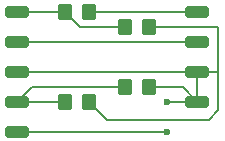
<source format=gbr>
%TF.GenerationSoftware,KiCad,Pcbnew,(7.0.0)*%
%TF.CreationDate,2023-08-07T09:26:35+02:00*%
%TF.ProjectId,PCH-2xxxJIG_0805_Nano,5043482d-3278-4787-984a-49475f303830,rev?*%
%TF.SameCoordinates,Original*%
%TF.FileFunction,Copper,L1,Top*%
%TF.FilePolarity,Positive*%
%FSLAX46Y46*%
G04 Gerber Fmt 4.6, Leading zero omitted, Abs format (unit mm)*
G04 Created by KiCad (PCBNEW (7.0.0)) date 2023-08-07 09:26:35*
%MOMM*%
%LPD*%
G01*
G04 APERTURE LIST*
G04 Aperture macros list*
%AMRoundRect*
0 Rectangle with rounded corners*
0 $1 Rounding radius*
0 $2 $3 $4 $5 $6 $7 $8 $9 X,Y pos of 4 corners*
0 Add a 4 corners polygon primitive as box body*
4,1,4,$2,$3,$4,$5,$6,$7,$8,$9,$2,$3,0*
0 Add four circle primitives for the rounded corners*
1,1,$1+$1,$2,$3*
1,1,$1+$1,$4,$5*
1,1,$1+$1,$6,$7*
1,1,$1+$1,$8,$9*
0 Add four rect primitives between the rounded corners*
20,1,$1+$1,$2,$3,$4,$5,0*
20,1,$1+$1,$4,$5,$6,$7,0*
20,1,$1+$1,$6,$7,$8,$9,0*
20,1,$1+$1,$8,$9,$2,$3,0*%
G04 Aperture macros list end*
%TA.AperFunction,SMDPad,CuDef*%
%ADD10RoundRect,0.250000X-0.750000X0.250000X-0.750000X-0.250000X0.750000X-0.250000X0.750000X0.250000X0*%
%TD*%
%TA.AperFunction,SMDPad,CuDef*%
%ADD11RoundRect,0.250000X-0.350000X-0.450000X0.350000X-0.450000X0.350000X0.450000X-0.350000X0.450000X0*%
%TD*%
%TA.AperFunction,ViaPad*%
%ADD12C,0.600000*%
%TD*%
%TA.AperFunction,Conductor*%
%ADD13C,0.200000*%
%TD*%
G04 APERTURE END LIST*
D10*
%TO.P,REF\u002A\u002A,5*%
%TO.N,N/C*%
X60960000Y-43180000D03*
%TD*%
D11*
%TO.P,REF\u002A\u002A,1*%
%TO.N,N/C*%
X70120000Y-39400000D03*
%TO.P,REF\u002A\u002A,2*%
X72120000Y-39400000D03*
%TD*%
D10*
%TO.P,REF\u002A\u002A,3*%
%TO.N,N/C*%
X60960000Y-38100000D03*
%TD*%
%TO.P,REF\u002A\u002A,4*%
%TO.N,N/C*%
X60960000Y-40640000D03*
%TD*%
%TO.P,REF\u002A\u002A,9*%
%TO.N,N/C*%
X76200000Y-40640000D03*
%TD*%
%TO.P,REF\u002A\u002A,7*%
%TO.N,N/C*%
X76200000Y-35560000D03*
%TD*%
%TO.P,REF\u002A\u002A,1*%
%TO.N,N/C*%
X60960000Y-33020000D03*
%TD*%
%TO.P,REF\u002A\u002A,6*%
%TO.N,N/C*%
X76200000Y-33020000D03*
%TD*%
D11*
%TO.P,REF\u002A\u002A,1*%
%TO.N,N/C*%
X70120000Y-34300000D03*
%TO.P,REF\u002A\u002A,2*%
X72120000Y-34300000D03*
%TD*%
%TO.P,REF\u002A\u002A,1*%
%TO.N,N/C*%
X65040000Y-33020000D03*
%TO.P,REF\u002A\u002A,2*%
X67040000Y-33020000D03*
%TD*%
%TO.P,REF\u002A\u002A,1*%
%TO.N,N/C*%
X65040000Y-40640000D03*
%TO.P,REF\u002A\u002A,2*%
X67040000Y-40640000D03*
%TD*%
D10*
%TO.P,REF\u002A\u002A,2*%
%TO.N,N/C*%
X60960000Y-35560000D03*
%TD*%
%TO.P,REF\u002A\u002A,8*%
%TO.N,N/C*%
X76200000Y-38100000D03*
%TD*%
D12*
%TO.N,*%
X73660000Y-40640000D03*
X73660000Y-43180000D03*
%TD*%
D13*
%TO.N,*%
X78000000Y-38100000D02*
X76200000Y-38100000D01*
X76200000Y-38100000D02*
X76200000Y-40640000D01*
X72120000Y-39400000D02*
X74960000Y-39400000D01*
X73660000Y-40640000D02*
X76200000Y-40640000D01*
X67040000Y-33020000D02*
X76200000Y-33020000D01*
X60960000Y-38100000D02*
X76200000Y-38100000D01*
X78000000Y-34300000D02*
X78000000Y-38100000D01*
X60960000Y-40640000D02*
X62200000Y-39400000D01*
X60960000Y-40640000D02*
X65040000Y-40640000D01*
X62200000Y-39400000D02*
X70120000Y-39400000D01*
X60960000Y-35560000D02*
X76200000Y-35560000D01*
X70120000Y-34300000D02*
X66320000Y-34300000D01*
X68600000Y-42200000D02*
X67040000Y-40640000D01*
X72120000Y-34300000D02*
X78000000Y-34300000D01*
X60960000Y-43180000D02*
X73660000Y-43180000D01*
X60960000Y-33020000D02*
X65040000Y-33020000D01*
X78000000Y-41380000D02*
X77180000Y-42200000D01*
X74960000Y-39400000D02*
X76200000Y-40640000D01*
X78000000Y-38100000D02*
X78000000Y-41380000D01*
X66320000Y-34300000D02*
X65040000Y-33020000D01*
X77180000Y-42200000D02*
X68600000Y-42200000D01*
%TD*%
M02*

</source>
